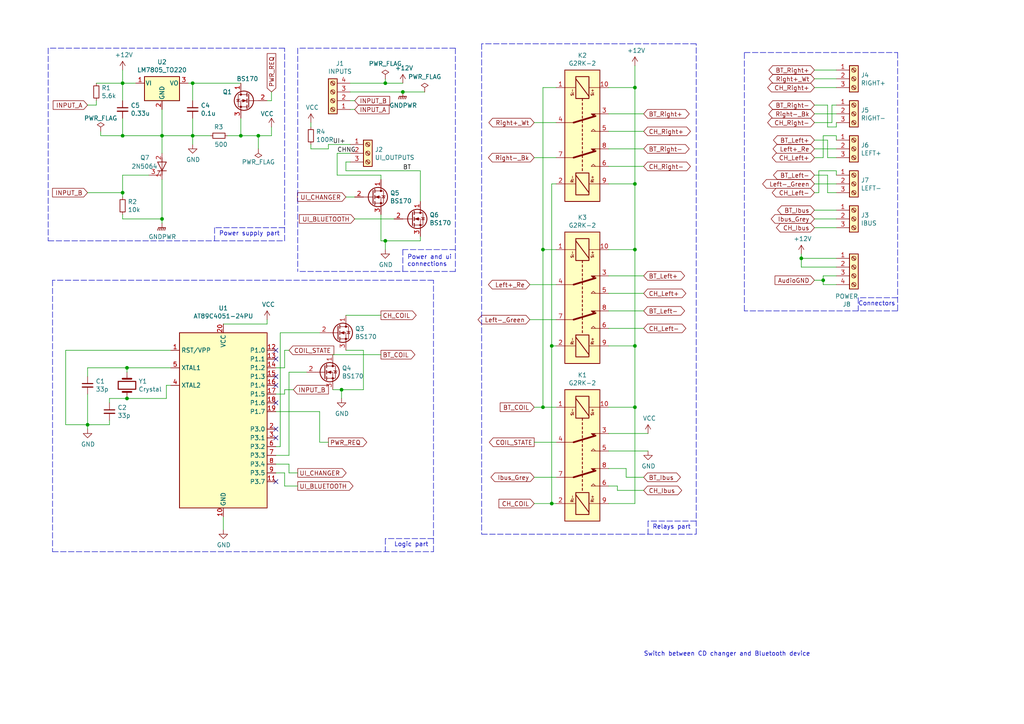
<source format=kicad_sch>
(kicad_sch (version 20211123) (generator eeschema)
  (paper "A4")
  (lib_symbols
    (symbol "Connector:Screw_Terminal_01x03" (pin_names (offset 1.016) hide)
      (property "Reference" "J" (at 0 5.08 0))
      (property "Value" "Screw_Terminal_01x03" (at 0 -5.08 0))
      (symbol "Screw_Terminal_01x03_1_1"
        (rectangle (start -1.27 3.81) (end 1.27 -3.81) (stroke (width 0.254)) (fill (type background)))
        (circle (center 0 -2.54) (radius 0.635) (stroke (width 0.1524)))
        (polyline (pts (xy -0.5334 -2.2098) (xy 0.3302 -3.048)) (stroke (width 0.1524)))
        (polyline (pts (xy -0.5334 0.3302) (xy 0.3302 -0.508)) (stroke (width 0.1524)))
        (polyline (pts (xy -0.5334 2.8702) (xy 0.3302 2.032)) (stroke (width 0.1524)))
        (polyline (pts (xy -0.3556 -2.032) (xy 0.508 -2.8702)) (stroke (width 0.1524)))
        (polyline (pts (xy -0.3556 0.508) (xy 0.508 -0.3302)) (stroke (width 0.1524)))
        (polyline (pts (xy -0.3556 3.048) (xy 0.508 2.2098)) (stroke (width 0.1524)))
        (circle (center 0 0) (radius 0.635) (stroke (width 0.1524)))
        (circle (center 0 2.54) (radius 0.635) (stroke (width 0.1524)))
        (pin passive line (at -5.08 2.54 0) (length 3.81) (name "Pin_1") (number "1"))
        (pin passive line (at -5.08 0 0) (length 3.81) (name "Pin_2") (number "2"))
        (pin passive line (at -5.08 -2.54 0) (length 3.81) (name "Pin_3") (number "3"))
      )
    )
    (symbol "Connector:Screw_Terminal_01x04" (pin_names (offset 1.016) hide)
      (property "Reference" "J" (at 0 5.08 0))
      (property "Value" "Screw_Terminal_01x04" (at 0 -7.62 0))
      (symbol "Screw_Terminal_01x04_1_1"
        (rectangle (start -1.27 3.81) (end 1.27 -6.35) (stroke (width 0.254)) (fill (type background)))
        (circle (center 0 -5.08) (radius 0.635) (stroke (width 0.1524)))
        (circle (center 0 -2.54) (radius 0.635) (stroke (width 0.1524)))
        (polyline (pts (xy -0.5334 -4.7498) (xy 0.3302 -5.588)) (stroke (width 0.1524)))
        (polyline (pts (xy -0.5334 -2.2098) (xy 0.3302 -3.048)) (stroke (width 0.1524)))
        (polyline (pts (xy -0.5334 0.3302) (xy 0.3302 -0.508)) (stroke (width 0.1524)))
        (polyline (pts (xy -0.5334 2.8702) (xy 0.3302 2.032)) (stroke (width 0.1524)))
        (polyline (pts (xy -0.3556 -4.572) (xy 0.508 -5.4102)) (stroke (width 0.1524)))
        (polyline (pts (xy -0.3556 -2.032) (xy 0.508 -2.8702)) (stroke (width 0.1524)))
        (polyline (pts (xy -0.3556 0.508) (xy 0.508 -0.3302)) (stroke (width 0.1524)))
        (polyline (pts (xy -0.3556 3.048) (xy 0.508 2.2098)) (stroke (width 0.1524)))
        (circle (center 0 0) (radius 0.635) (stroke (width 0.1524)))
        (circle (center 0 2.54) (radius 0.635) (stroke (width 0.1524)))
        (pin passive line (at -5.08 2.54 0) (length 3.81) (name "Pin_1") (number "1"))
        (pin passive line (at -5.08 0 0) (length 3.81) (name "Pin_2") (number "2"))
        (pin passive line (at -5.08 -2.54 0) (length 3.81) (name "Pin_3") (number "3"))
        (pin passive line (at -5.08 -5.08 0) (length 3.81) (name "Pin_4") (number "4"))
      )
    )
    (symbol "Device:C_Small" (pin_numbers hide) (pin_names (offset 0.254) hide)
      (property "Reference" "C" (at 0.254 1.778 0))
      (property "Value" "C_Small" (at 0.254 -2.032 0))
      (symbol "C_Small_0_1"
        (polyline (pts (xy -1.524 -0.508) (xy 1.524 -0.508)) (stroke (width 0.3302)))
        (polyline (pts (xy -1.524 0.508) (xy 1.524 0.508)) (stroke (width 0.3048)))
      )
      (symbol "C_Small_1_1"
        (pin passive line (at 0 2.54 270) (length 2.032) (name "~") (number "1"))
        (pin passive line (at 0 -2.54 90) (length 2.032) (name "~") (number "2"))
      )
    )
    (symbol "Device:Crystal" (pin_numbers hide) (pin_names (offset 1.016) hide)
      (property "Reference" "Y" (at 0 3.81 0))
      (property "Value" "Crystal" (at 0 -3.81 0))
      (symbol "Crystal_0_1"
        (rectangle (start -1.143 2.54) (end 1.143 -2.54) (stroke (width 0.3048)))
        (polyline (pts (xy -2.54 0) (xy -1.905 0)))
        (polyline (pts (xy -1.905 -1.27) (xy -1.905 1.27)) (stroke (width 0.508)))
        (polyline (pts (xy 1.905 -1.27) (xy 1.905 1.27)) (stroke (width 0.508)))
        (polyline (pts (xy 2.54 0) (xy 1.905 0)))
      )
      (symbol "Crystal_1_1"
        (pin passive line (at -3.81 0 0) (length 1.27) (name "1") (number "1"))
        (pin passive line (at 3.81 0 180) (length 1.27) (name "2") (number "2"))
      )
    )
    (symbol "Device:R_Small" (pin_numbers hide) (pin_names (offset 0.254) hide)
      (property "Reference" "R" (at 0.762 0.508 0))
      (property "Value" "R_Small" (at 0.762 -1.016 0))
      (symbol "R_Small_0_1"
        (rectangle (start -0.762 1.778) (end 0.762 -1.778) (stroke (width 0.2032)))
      )
      (symbol "R_Small_1_1"
        (pin passive line (at 0 2.54 270) (length 0.762) (name "~") (number "1"))
        (pin passive line (at 0 -2.54 90) (length 0.762) (name "~") (number "2"))
      )
    )
    (symbol "Regulator_Linear:LM7805_TO220" (pin_names (offset 0.254))
      (property "Reference" "U" (at -3.81 3.175 0))
      (property "Value" "LM7805_TO220" (at 0 3.175 0))
      (symbol "LM7805_TO220_0_1"
        (rectangle (start -5.08 1.905) (end 5.08 -5.08) (stroke (width 0.254)) (fill (type background)))
      )
      (symbol "LM7805_TO220_1_1"
        (pin power_in line (at -7.62 0 0) (length 2.54) (name "VI") (number "1"))
        (pin power_in line (at 0 -7.62 90) (length 2.54) (name "GND") (number "2"))
        (pin power_out line (at 7.62 0 180) (length 2.54) (name "VO") (number "3"))
      )
    )
    (symbol "Transistor_FET:BS170" (pin_names hide)
      (property "Reference" "Q" (at 5.08 1.905 0))
      (property "Value" "BS170" (at 5.08 0 0))
      (symbol "BS170_0_1"
        (polyline (pts (xy 0.254 0) (xy -2.54 0)))
        (polyline (pts (xy 0.254 1.905) (xy 0.254 -1.905)) (stroke (width 0.254)))
        (polyline (pts (xy 0.762 -1.27) (xy 0.762 -2.286)) (stroke (width 0.254)))
        (polyline (pts (xy 0.762 0.508) (xy 0.762 -0.508)) (stroke (width 0.254)))
        (polyline (pts (xy 0.762 2.286) (xy 0.762 1.27)) (stroke (width 0.254)))
        (polyline (pts (xy 2.54 2.54) (xy 2.54 1.778)))
        (polyline (pts (xy 2.54 -2.54) (xy 2.54 0) (xy 0.762 0)))
        (polyline (pts (xy 0.762 -1.778) (xy 3.302 -1.778) (xy 3.302 1.778) (xy 0.762 1.778)))
        (polyline (pts (xy 1.016 0) (xy 2.032 0.381) (xy 2.032 -0.381) (xy 1.016 0)) (fill (type outline)))
        (polyline (pts (xy 2.794 0.508) (xy 2.921 0.381) (xy 3.683 0.381) (xy 3.81 0.254)))
        (polyline (pts (xy 3.302 0.381) (xy 2.921 -0.254) (xy 3.683 -0.254) (xy 3.302 0.381)))
        (circle (center 1.651 0) (radius 2.794) (stroke (width 0.254)))
        (circle (center 2.54 -1.778) (radius 0.254) (fill (type outline)))
        (circle (center 2.54 1.778) (radius 0.254) (fill (type outline)))
      )
      (symbol "BS170_1_1"
        (pin passive line (at 2.54 5.08 270) (length 2.54) (name "D") (number "1"))
        (pin input line (at -5.08 0 0) (length 2.54) (name "G") (number "2"))
        (pin passive line (at 2.54 -5.08 90) (length 2.54) (name "S") (number "3"))
      )
    )
    (symbol "Triac_Thyristor:TIC106" (pin_names (offset 0) hide)
      (property "Reference" "Q" (at 2.54 1.905 0))
      (property "Value" "TIC106" (at 2.54 0 0))
      (symbol "TIC106_0_1"
        (polyline (pts (xy -1.27 -2.54) (xy -0.635 -1.27)))
        (polyline (pts (xy -1.27 -1.27) (xy 1.27 -1.27)) (stroke (width 0.2032)))
        (polyline (pts (xy 0 -2.54) (xy 0 2.54)))
        (polyline (pts (xy -1.27 1.27) (xy 1.27 1.27) (xy 0 -1.27) (xy -1.27 1.27)) (stroke (width 0.2032)))
      )
      (symbol "TIC106_1_1"
        (pin passive line (at 0 -3.81 90) (length 2.54) (name "K") (number "1"))
        (pin passive line (at 0 3.81 270) (length 2.54) (name "A") (number "2"))
        (pin input line (at -3.81 -2.54 0) (length 2.54) (name "G") (number "3"))
      )
    )
    (symbol "lrchanger-rescue:AT89C4051-24PU-MCU_Microchip_8051"
      (property "Reference" "U" (at -12.7 26.67 0))
      (property "Value" "AT89C4051-24PU-MCU_Microchip_8051" (at 2.54 -26.67 0))
      (symbol "AT89C4051-24PU-MCU_Microchip_8051_0_1"
        (rectangle (start -12.7 -25.4) (end 12.7 25.4) (stroke (width 0.254)) (fill (type background)))
      )
      (symbol "AT89C4051-24PU-MCU_Microchip_8051_1_1"
        (pin input line (at -15.24 20.32 0) (length 2.54) (name "RST/VPP") (number "1"))
        (pin power_in line (at 0 -27.94 90) (length 2.54) (name "GND") (number "10"))
        (pin bidirectional line (at 15.24 -17.78 180) (length 2.54) (name "P3.7") (number "11"))
        (pin bidirectional line (at 15.24 20.32 180) (length 2.54) (name "P1.0") (number "12"))
        (pin bidirectional line (at 15.24 17.78 180) (length 2.54) (name "P1.1") (number "13"))
        (pin bidirectional line (at 15.24 15.24 180) (length 2.54) (name "P1.2") (number "14"))
        (pin bidirectional line (at 15.24 12.7 180) (length 2.54) (name "P1.3") (number "15"))
        (pin bidirectional line (at 15.24 10.16 180) (length 2.54) (name "P1.4") (number "16"))
        (pin bidirectional line (at 15.24 7.62 180) (length 2.54) (name "P1.5") (number "17"))
        (pin bidirectional line (at 15.24 5.08 180) (length 2.54) (name "P1.6") (number "18"))
        (pin bidirectional line (at 15.24 2.54 180) (length 2.54) (name "P1.7") (number "19"))
        (pin bidirectional line (at 15.24 -2.54 180) (length 2.54) (name "P3.0") (number "2"))
        (pin power_in line (at 0 27.94 270) (length 2.54) (name "VCC") (number "20"))
        (pin bidirectional line (at 15.24 -5.08 180) (length 2.54) (name "P3.1") (number "3"))
        (pin output line (at -15.24 10.16 0) (length 2.54) (name "XTAL2") (number "4"))
        (pin input line (at -15.24 15.24 0) (length 2.54) (name "XTAL1") (number "5"))
        (pin bidirectional line (at 15.24 -7.62 180) (length 2.54) (name "P3.2") (number "6"))
        (pin bidirectional line (at 15.24 -10.16 180) (length 2.54) (name "P3.3") (number "7"))
        (pin bidirectional line (at 15.24 -12.7 180) (length 2.54) (name "P3.4") (number "8"))
        (pin bidirectional line (at 15.24 -15.24 180) (length 2.54) (name "P3.5") (number "9"))
      )
    )
    (symbol "lrchangerlib:G2RK-2"
      (property "Reference" "K" (at 21.59 3.81 0))
      (property "Value" "G2RK-2" (at 21.59 1.27 0))
      (symbol "G2RK-2_0_0"
        (text "R:+" (at 13.843 2.921 0) (effects (font (size 0.762 0.762))))
        (text "R:-" (at 13.843 -2.921 0) (effects (font (size 0.762 0.762))))
        (text "S:+" (at -11.303 2.921 0) (effects (font (size 0.762 0.762))))
        (text "S:-" (at -11.303 -2.921 0) (effects (font (size 0.762 0.762))))
      )
      (symbol "G2RK-2_0_1"
        (rectangle (start -17.78 5.08) (end 20.32 -5.08) (stroke (width 0.254)) (fill (type background)))
        (rectangle (start -15.875 1.905) (end -9.525 -1.905) (stroke (width 0.254)))
        (polyline (pts (xy -15.24 -1.905) (xy -10.16 1.905)) (stroke (width 0.254)))
        (polyline (pts (xy -12.7 -5.08) (xy -12.7 -1.905)))
        (polyline (pts (xy -12.7 5.08) (xy -12.7 1.905)))
        (polyline (pts (xy -9.525 0) (xy -8.89 0)) (stroke (width 0.254)))
        (polyline (pts (xy -8.255 0) (xy -7.62 0)) (stroke (width 0.254)))
        (polyline (pts (xy -6.985 0) (xy -6.35 0)) (stroke (width 0.254)))
        (polyline (pts (xy -5.715 0) (xy -5.08 0)) (stroke (width 0.254)))
        (polyline (pts (xy -4.445 0) (xy -3.81 0)) (stroke (width 0.254)))
        (polyline (pts (xy -3.175 0) (xy -2.54 0)) (stroke (width 0.254)))
        (polyline (pts (xy -2.54 -2.54) (xy -4.445 3.81)) (stroke (width 0.508)))
        (polyline (pts (xy -2.54 -2.54) (xy -2.54 -5.08)))
        (polyline (pts (xy -1.905 0) (xy -1.27 0)) (stroke (width 0.254)))
        (polyline (pts (xy -0.635 0) (xy 0 0)) (stroke (width 0.254)))
        (polyline (pts (xy 0.635 0) (xy 1.27 0)) (stroke (width 0.254)))
        (polyline (pts (xy 1.905 0) (xy 2.54 0)) (stroke (width 0.254)))
        (polyline (pts (xy 3.175 0) (xy 3.81 0)) (stroke (width 0.254)))
        (polyline (pts (xy 4.445 0) (xy 5.08 0)) (stroke (width 0.254)))
        (polyline (pts (xy 5.715 0) (xy 6.35 0)) (stroke (width 0.254)))
        (polyline (pts (xy 6.985 0) (xy 7.62 0)) (stroke (width 0.254)))
        (polyline (pts (xy 7.62 -2.54) (xy 5.715 3.81)) (stroke (width 0.508)))
        (polyline (pts (xy 7.62 -2.54) (xy 7.62 -5.08)))
        (polyline (pts (xy 8.255 0) (xy 8.89 0)) (stroke (width 0.254)))
        (polyline (pts (xy 9.525 0) (xy 10.16 0)) (stroke (width 0.254)))
        (polyline (pts (xy 10.795 0) (xy 11.43 0)) (stroke (width 0.254)))
        (polyline (pts (xy 12.7 -1.905) (xy 17.78 1.905)) (stroke (width 0.254)))
        (polyline (pts (xy 15.24 -5.08) (xy 15.24 -1.905)))
        (polyline (pts (xy 15.24 5.08) (xy 15.24 1.905)))
        (polyline (pts (xy -5.08 5.08) (xy -5.08 2.54) (xy -4.445 3.175) (xy -5.08 3.81)) (fill (type outline)))
        (polyline (pts (xy 0 5.08) (xy 0 2.54) (xy -0.635 3.175) (xy 0 3.81)))
        (polyline (pts (xy 5.08 5.08) (xy 5.08 2.54) (xy 5.715 3.175) (xy 5.08 3.81)) (fill (type outline)))
        (polyline (pts (xy 10.16 5.08) (xy 10.16 2.54) (xy 9.525 3.175) (xy 10.16 3.81)))
        (rectangle (start 12.065 1.905) (end 18.415 -1.905) (stroke (width 0.254)))
      )
      (symbol "G2RK-2_1_1"
        (pin passive line (at -12.7 -7.62 90) (length 2.54) (name "~") (number "1"))
        (pin passive line (at -12.7 7.62 270) (length 2.54) (name "~") (number "10"))
        (pin passive line (at 15.24 -7.62 90) (length 2.54) (name "~") (number "2"))
        (pin passive line (at -5.08 7.62 270) (length 2.54) (name "~") (number "3"))
        (pin passive line (at -2.54 -7.62 90) (length 2.54) (name "~") (number "4"))
        (pin passive line (at 0 7.62 270) (length 2.54) (name "~") (number "5"))
        (pin passive line (at 10.16 7.62 270) (length 2.54) (name "~") (number "6"))
        (pin passive line (at 7.62 -7.62 90) (length 2.54) (name "~") (number "7"))
        (pin passive line (at 5.08 7.62 270) (length 2.54) (name "~") (number "8"))
        (pin passive line (at 15.24 7.62 270) (length 2.54) (name "~") (number "9"))
      )
    )
    (symbol "power:+12V" (power) (pin_names (offset 0))
      (property "Value" "+12V" (at 0 3.556 0))
      (symbol "+12V_0_1"
        (polyline (pts (xy -0.762 1.27) (xy 0 2.54)))
        (polyline (pts (xy 0 0) (xy 0 2.54)))
        (polyline (pts (xy 0 2.54) (xy 0.762 1.27)))
      )
      (symbol "+12V_1_1"
        (pin power_in line (at 0 0 90) (length 0) hide (name "+12V") (number "1"))
      )
    )
    (symbol "power:GND" (power) (pin_names (offset 0))
      (property "Value" "GND" (at 0 -3.81 0))
      (symbol "GND_0_1"
        (polyline (pts (xy 0 0) (xy 0 -1.27) (xy 1.27 -1.27) (xy 0 -2.54) (xy -1.27 -1.27) (xy 0 -1.27)))
      )
      (symbol "GND_1_1"
        (pin power_in line (at 0 0 270) (length 0) hide (name "GND") (number "1"))
      )
    )
    (symbol "power:GNDPWR" (power) (pin_names (offset 0))
      (property "Value" "GNDPWR" (at 0 -3.302 0))
      (symbol "GNDPWR_0_1"
        (polyline (pts (xy 0 -1.27) (xy 0 0)))
        (polyline (pts (xy -1.016 -1.27) (xy -1.27 -2.032) (xy -1.27 -2.032)) (stroke (width 0.2032)))
        (polyline (pts (xy -0.508 -1.27) (xy -0.762 -2.032) (xy -0.762 -2.032)) (stroke (width 0.2032)))
        (polyline (pts (xy 0 -1.27) (xy -0.254 -2.032) (xy -0.254 -2.032)) (stroke (width 0.2032)))
        (polyline (pts (xy 0.508 -1.27) (xy 0.254 -2.032) (xy 0.254 -2.032)) (stroke (width 0.2032)))
        (polyline (pts (xy 1.016 -1.27) (xy -1.016 -1.27) (xy -1.016 -1.27)) (stroke (width 0.2032)))
        (polyline (pts (xy 1.016 -1.27) (xy 0.762 -2.032) (xy 0.762 -2.032) (xy 0.762 -2.032)) (stroke (width 0.2032)))
      )
      (symbol "GNDPWR_1_1"
        (pin power_in line (at 0 0 270) (length 0) hide (name "GNDPWR") (number "1"))
      )
    )
    (symbol "power:PWR_FLAG" (power) (pin_numbers hide) (pin_names (offset 0) hide)
      (property "Value" "PWR_FLAG" (at 0 3.81 0))
      (symbol "PWR_FLAG_0_0"
        (pin power_out line (at 0 0 90) (length 0) (name "pwr") (number "1"))
      )
      (symbol "PWR_FLAG_0_1"
        (polyline (pts (xy 0 0) (xy 0 1.27) (xy -1.016 1.905) (xy 0 2.54) (xy 1.016 1.905) (xy 0 1.27)))
      )
    )
    (symbol "power:VCC" (power) (pin_names (offset 0))
      (property "Value" "VCC" (at 0 3.81 0))
      (symbol "VCC_0_1"
        (polyline (pts (xy -0.762 1.27) (xy 0 2.54)))
        (polyline (pts (xy 0 0) (xy 0 2.54)))
        (polyline (pts (xy 0 2.54) (xy 0.762 1.27)))
      )
      (symbol "VCC_1_1"
        (pin power_in line (at 0 0 90) (length 0) hide (name "VCC") (number "1"))
      )
    )
  )
  (junction (at 184.15 118.11))
  (junction (at 99.06 113.03))
  (junction (at 184.15 53.34))
  (junction (at 35.56 24.13))
  (junction (at 184.15 25.4))
  (junction (at 111.76 69.85))
  (junction (at 46.99 39.37))
  (junction (at 25.4 123.19))
  (junction (at 184.15 100.33))
  (junction (at 160.02 146.05))
  (junction (at 36.83 115.57))
  (junction (at 116.84 26.67))
  (junction (at 157.48 72.39))
  (junction (at 35.56 55.88))
  (junction (at 74.93 39.37))
  (junction (at 69.85 39.37))
  (junction (at 46.99 63.5))
  (junction (at 160.02 100.33))
  (junction (at 184.15 72.39))
  (junction (at 55.88 39.37))
  (junction (at 157.48 118.11))
  (junction (at 111.76 24.13))
  (junction (at 36.83 106.68))
  (junction (at 238.76 81.28))
  (junction (at 55.88 24.13))
  (junction (at 35.56 39.37))
  (junction (at 232.41 74.93))
  (no_connect (at 80.01 101.6))
  (no_connect (at 80.01 124.46))
  (no_connect (at 80.01 116.84))
  (no_connect (at 80.01 139.7))
  (no_connect (at 80.01 111.76))
  (no_connect (at 80.01 109.22))
  (no_connect (at 80.01 127))
  (no_connect (at 80.01 104.14))
  (wire (pts (xy 80.01 119.38) (xy 92.71 119.38)))
  (wire (pts (xy 64.77 149.86) (xy 64.77 153.67)))
  (wire (pts (xy 240.03 50.8) (xy 240.03 55.88)))
  (wire (pts (xy 49.53 101.6) (xy 19.05 101.6)))
  (wire (pts (xy 160.02 53.34) (xy 161.29 53.34)))
  (wire (pts (xy 111.76 69.85) (xy 121.92 69.85)))
  (polyline (pts (xy 201.93 12.7) (xy 139.7 12.7)))
  (wire (pts (xy 35.56 63.5) (xy 46.99 63.5)))
  (wire (pts (xy 160.02 146.05) (xy 161.29 146.05)))
  (wire (pts (xy 242.57 39.37) (xy 242.57 40.64)))
  (wire (pts (xy 237.49 55.88) (xy 237.49 49.53)))
  (wire (pts (xy 82.55 114.3) (xy 80.01 114.3)))
  (wire (pts (xy 86.36 137.16) (xy 83.82 137.16)))
  (wire (pts (xy 242.57 49.53) (xy 242.57 50.8)))
  (wire (pts (xy 90.17 43.18) (xy 90.17 41.91)))
  (wire (pts (xy 101.6 29.21) (xy 102.87 29.21)))
  (wire (pts (xy 179.07 142.24) (xy 186.69 142.24)))
  (wire (pts (xy 242.57 80.01) (xy 238.76 80.01)))
  (wire (pts (xy 55.88 39.37) (xy 55.88 41.91)))
  (wire (pts (xy 242.57 36.83) (xy 242.57 35.56)))
  (polyline (pts (xy 260.35 86.36) (xy 248.92 86.36)))
  (wire (pts (xy 36.83 106.68) (xy 49.53 106.68)))
  (wire (pts (xy 186.69 90.17) (xy 176.53 90.17)))
  (wire (pts (xy 176.53 85.09) (xy 186.69 85.09)))
  (wire (pts (xy 237.49 49.53) (xy 242.57 49.53)))
  (polyline (pts (xy 260.35 15.24) (xy 260.35 90.17)))
  (wire (pts (xy 92.71 128.27) (xy 92.71 119.38)))
  (wire (pts (xy 83.82 132.08) (xy 80.01 132.08)))
  (wire (pts (xy 153.67 92.71) (xy 161.29 92.71)))
  (wire (pts (xy 184.15 19.05) (xy 184.15 25.4)))
  (wire (pts (xy 55.88 39.37) (xy 60.96 39.37)))
  (wire (pts (xy 238.76 82.55) (xy 242.57 82.55)))
  (wire (pts (xy 36.83 107.95) (xy 36.83 106.68)))
  (wire (pts (xy 97.79 50.8) (xy 97.79 44.45)))
  (wire (pts (xy 154.94 118.11) (xy 157.48 118.11)))
  (wire (pts (xy 236.22 25.4) (xy 242.57 25.4)))
  (wire (pts (xy 82.55 113.03) (xy 85.09 113.03)))
  (polyline (pts (xy 201.93 151.13) (xy 187.96 151.13)))
  (wire (pts (xy 35.56 24.13) (xy 35.56 29.21)))
  (wire (pts (xy 102.87 63.5) (xy 114.3 63.5)))
  (wire (pts (xy 74.93 39.37) (xy 74.93 43.18)))
  (wire (pts (xy 46.99 39.37) (xy 46.99 44.45)))
  (wire (pts (xy 49.53 111.76) (xy 48.26 111.76)))
  (wire (pts (xy 236.22 66.04) (xy 242.57 66.04)))
  (wire (pts (xy 36.83 115.57) (xy 31.75 115.57)))
  (wire (pts (xy 77.47 93.98) (xy 77.47 92.71)))
  (wire (pts (xy 80.01 129.54) (xy 81.28 129.54)))
  (wire (pts (xy 154.94 138.43) (xy 161.29 138.43)))
  (wire (pts (xy 157.48 25.4) (xy 157.48 72.39)))
  (wire (pts (xy 242.57 53.34) (xy 236.22 53.34)))
  (wire (pts (xy 99.06 113.03) (xy 96.52 113.03)))
  (wire (pts (xy 48.26 111.76) (xy 48.26 115.57)))
  (wire (pts (xy 19.05 123.19) (xy 25.4 123.19)))
  (wire (pts (xy 240.03 40.64) (xy 240.03 45.72)))
  (wire (pts (xy 236.22 81.28) (xy 238.76 81.28)))
  (wire (pts (xy 101.6 31.75) (xy 102.87 31.75)))
  (wire (pts (xy 176.53 130.81) (xy 187.96 130.81)))
  (wire (pts (xy 184.15 100.33) (xy 184.15 118.11)))
  (wire (pts (xy 111.76 22.86) (xy 111.76 24.13)))
  (wire (pts (xy 78.74 29.21) (xy 77.47 29.21)))
  (polyline (pts (xy 86.36 13.97) (xy 86.36 78.74)))
  (wire (pts (xy 186.69 38.1) (xy 176.53 38.1)))
  (polyline (pts (xy 111.76 156.21) (xy 111.76 160.02)))
  (wire (pts (xy 105.41 113.03) (xy 99.06 113.03)))
  (wire (pts (xy 242.57 74.93) (xy 232.41 74.93)))
  (wire (pts (xy 100.33 57.15) (xy 102.87 57.15)))
  (wire (pts (xy 232.41 77.47) (xy 242.57 77.47)))
  (wire (pts (xy 176.53 140.97) (xy 179.07 140.97)))
  (wire (pts (xy 116.84 26.67) (xy 123.19 26.67)))
  (wire (pts (xy 160.02 100.33) (xy 160.02 146.05)))
  (wire (pts (xy 232.41 74.93) (xy 232.41 77.47)))
  (polyline (pts (xy 215.9 15.24) (xy 260.35 15.24)))
  (polyline (pts (xy 132.08 72.39) (xy 116.84 72.39)))
  (wire (pts (xy 90.17 35.56) (xy 90.17 36.83)))
  (wire (pts (xy 236.22 45.72) (xy 238.76 45.72)))
  (wire (pts (xy 35.56 39.37) (xy 46.99 39.37)))
  (wire (pts (xy 74.93 39.37) (xy 78.74 39.37)))
  (wire (pts (xy 25.4 30.48) (xy 27.94 30.48)))
  (wire (pts (xy 25.4 114.3) (xy 25.4 123.19)))
  (wire (pts (xy 111.76 24.13) (xy 101.6 24.13)))
  (polyline (pts (xy 15.24 81.28) (xy 15.24 160.02)))
  (wire (pts (xy 116.84 24.13) (xy 111.76 24.13)))
  (polyline (pts (xy 13.97 69.85) (xy 82.55 69.85)))
  (wire (pts (xy 176.53 95.25) (xy 186.69 95.25)))
  (wire (pts (xy 184.15 118.11) (xy 184.15 146.05)))
  (wire (pts (xy 184.15 25.4) (xy 184.15 53.34)))
  (wire (pts (xy 181.61 138.43) (xy 186.69 138.43)))
  (wire (pts (xy 161.29 72.39) (xy 157.48 72.39)))
  (wire (pts (xy 82.55 137.16) (xy 80.01 137.16)))
  (wire (pts (xy 160.02 100.33) (xy 160.02 53.34)))
  (wire (pts (xy 19.05 101.6) (xy 19.05 123.19)))
  (wire (pts (xy 186.69 33.02) (xy 176.53 33.02)))
  (polyline (pts (xy 132.08 13.97) (xy 86.36 13.97)))
  (polyline (pts (xy 260.35 90.17) (xy 215.9 90.17)))
  (wire (pts (xy 25.4 123.19) (xy 25.4 124.46)))
  (polyline (pts (xy 62.23 66.04) (xy 62.23 69.85)))
  (polyline (pts (xy 125.73 81.28) (xy 15.24 81.28)))
  (wire (pts (xy 48.26 115.57) (xy 36.83 115.57)))
  (polyline (pts (xy 201.93 154.94) (xy 201.93 12.7)))
  (wire (pts (xy 121.92 58.42) (xy 121.92 49.53)))
  (wire (pts (xy 66.04 39.37) (xy 69.85 39.37)))
  (wire (pts (xy 184.15 53.34) (xy 184.15 72.39)))
  (wire (pts (xy 241.3 35.56) (xy 241.3 30.48)))
  (wire (pts (xy 86.36 140.97) (xy 82.55 140.97)))
  (wire (pts (xy 236.22 50.8) (xy 240.03 50.8)))
  (wire (pts (xy 55.88 24.13) (xy 69.85 24.13)))
  (wire (pts (xy 236.22 35.56) (xy 241.3 35.56)))
  (wire (pts (xy 100.33 49.53) (xy 100.33 46.99)))
  (wire (pts (xy 81.28 129.54) (xy 81.28 96.52)))
  (wire (pts (xy 29.21 38.1) (xy 29.21 39.37)))
  (wire (pts (xy 242.57 63.5) (xy 236.22 63.5)))
  (wire (pts (xy 35.56 24.13) (xy 39.37 24.13)))
  (wire (pts (xy 236.22 60.96) (xy 242.57 60.96)))
  (wire (pts (xy 25.4 106.68) (xy 36.83 106.68)))
  (wire (pts (xy 110.49 91.44) (xy 100.33 91.44)))
  (wire (pts (xy 78.74 26.67) (xy 78.74 29.21)))
  (wire (pts (xy 236.22 40.64) (xy 240.03 40.64)))
  (wire (pts (xy 110.49 52.07) (xy 110.49 50.8)))
  (wire (pts (xy 110.49 62.23) (xy 110.49 69.85)))
  (wire (pts (xy 161.29 45.72) (xy 154.94 45.72)))
  (wire (pts (xy 95.25 41.91) (xy 101.6 41.91)))
  (wire (pts (xy 238.76 81.28) (xy 238.76 82.55)))
  (wire (pts (xy 29.21 39.37) (xy 35.56 39.37)))
  (wire (pts (xy 101.6 44.45) (xy 97.79 44.45)))
  (wire (pts (xy 25.4 55.88) (xy 35.56 55.88)))
  (wire (pts (xy 69.85 34.29) (xy 69.85 39.37)))
  (wire (pts (xy 46.99 39.37) (xy 46.99 31.75)))
  (wire (pts (xy 69.85 39.37) (xy 74.93 39.37)))
  (wire (pts (xy 82.55 101.6) (xy 82.55 106.68)))
  (wire (pts (xy 55.88 29.21) (xy 55.88 24.13)))
  (wire (pts (xy 187.96 125.73) (xy 176.53 125.73)))
  (wire (pts (xy 154.94 128.27) (xy 161.29 128.27)))
  (wire (pts (xy 35.56 62.23) (xy 35.56 63.5)))
  (wire (pts (xy 25.4 109.22) (xy 25.4 106.68)))
  (polyline (pts (xy 132.08 13.97) (xy 132.08 78.74)))
  (wire (pts (xy 236.22 43.18) (xy 242.57 43.18)))
  (polyline (pts (xy 125.73 160.02) (xy 125.73 81.28)))
  (wire (pts (xy 88.9 107.95) (xy 83.82 107.95)))
  (wire (pts (xy 95.25 43.18) (xy 90.17 43.18)))
  (wire (pts (xy 31.75 123.19) (xy 25.4 123.19)))
  (wire (pts (xy 83.82 134.62) (xy 80.01 134.62)))
  (polyline (pts (xy 116.84 72.39) (xy 116.84 78.74)))
  (wire (pts (xy 110.49 69.85) (xy 111.76 69.85)))
  (wire (pts (xy 83.82 137.16) (xy 83.82 134.62)))
  (polyline (pts (xy 82.55 13.97) (xy 13.97 13.97)))
  (polyline (pts (xy 139.7 154.94) (xy 201.93 154.94)))
  (wire (pts (xy 105.41 101.6) (xy 105.41 113.03)))
  (wire (pts (xy 82.55 106.68) (xy 80.01 106.68)))
  (wire (pts (xy 46.99 39.37) (xy 55.88 39.37)))
  (wire (pts (xy 186.69 43.18) (xy 176.53 43.18)))
  (wire (pts (xy 78.74 39.37) (xy 78.74 36.83)))
  (wire (pts (xy 161.29 82.55) (xy 153.67 82.55)))
  (wire (pts (xy 83.82 101.6) (xy 82.55 101.6)))
  (wire (pts (xy 64.77 93.98) (xy 77.47 93.98)))
  (wire (pts (xy 236.22 22.86) (xy 242.57 22.86)))
  (wire (pts (xy 27.94 29.21) (xy 27.94 30.48)))
  (wire (pts (xy 238.76 45.72) (xy 238.76 39.37)))
  (wire (pts (xy 232.41 73.66) (xy 232.41 74.93)))
  (wire (pts (xy 241.3 30.48) (xy 242.57 30.48)))
  (wire (pts (xy 238.76 39.37) (xy 242.57 39.37)))
  (polyline (pts (xy 215.9 90.17) (xy 215.9 15.24)))
  (wire (pts (xy 121.92 49.53) (xy 100.33 49.53)))
  (polyline (pts (xy 248.92 86.36) (xy 248.92 90.17)))
  (wire (pts (xy 95.25 128.27) (xy 92.71 128.27)))
  (wire (pts (xy 240.03 55.88) (xy 242.57 55.88)))
  (wire (pts (xy 35.56 55.88) (xy 35.56 57.15)))
  (polyline (pts (xy 82.55 69.85) (xy 82.55 13.97)))
  (wire (pts (xy 240.03 36.83) (xy 242.57 36.83)))
  (wire (pts (xy 95.25 41.91) (xy 95.25 43.18)))
  (wire (pts (xy 46.99 63.5) (xy 46.99 64.77)))
  (wire (pts (xy 31.75 116.84) (xy 31.75 115.57)))
  (polyline (pts (xy 139.7 12.7) (xy 139.7 154.94)))
  (wire (pts (xy 184.15 146.05) (xy 176.53 146.05)))
  (polyline (pts (xy 132.08 78.74) (xy 86.36 78.74)))
  (wire (pts (xy 240.03 45.72) (xy 242.57 45.72)))
  (wire (pts (xy 111.76 72.39) (xy 111.76 69.85)))
  (wire (pts (xy 179.07 140.97) (xy 179.07 142.24)))
  (polyline (pts (xy 82.55 66.04) (xy 62.23 66.04)))
  (polyline (pts (xy 125.73 156.21) (xy 111.76 156.21)))
  (wire (pts (xy 176.53 48.26) (xy 186.69 48.26)))
  (wire (pts (xy 176.53 100.33) (xy 184.15 100.33)))
  (wire (pts (xy 186.69 80.01) (xy 176.53 80.01)))
  (wire (pts (xy 157.48 72.39) (xy 157.48 118.11)))
  (wire (pts (xy 176.53 118.11) (xy 184.15 118.11)))
  (wire (pts (xy 161.29 25.4) (xy 157.48 25.4)))
  (wire (pts (xy 121.92 68.58) (xy 121.92 69.85)))
  (polyline (pts (xy 187.96 151.13) (xy 187.96 154.94)))
  (wire (pts (xy 101.6 26.67) (xy 116.84 26.67)))
  (wire (pts (xy 31.75 123.19) (xy 31.75 121.92)))
  (polyline (pts (xy 15.24 160.02) (xy 125.73 160.02)))
  (wire (pts (xy 157.48 118.11) (xy 161.29 118.11)))
  (wire (pts (xy 176.53 53.34) (xy 184.15 53.34)))
  (wire (pts (xy 240.03 30.48) (xy 240.03 36.83)))
  (wire (pts (xy 35.56 34.29) (xy 35.56 39.37)))
  (wire (pts (xy 35.56 20.32) (xy 35.56 24.13)))
  (wire (pts (xy 43.18 50.8) (xy 35.56 50.8)))
  (wire (pts (xy 236.22 30.48) (xy 240.03 30.48)))
  (wire (pts (xy 55.88 34.29) (xy 55.88 39.37)))
  (wire (pts (xy 99.06 113.03) (xy 99.06 115.57)))
  (wire (pts (xy 100.33 101.6) (xy 105.41 101.6)))
  (wire (pts (xy 27.94 24.13) (xy 35.56 24.13)))
  (wire (pts (xy 154.94 146.05) (xy 160.02 146.05)))
  (wire (pts (xy 176.53 135.89) (xy 181.61 135.89)))
  (wire (pts (xy 83.82 107.95) (xy 83.82 132.08)))
  (wire (pts (xy 176.53 72.39) (xy 184.15 72.39)))
  (wire (pts (xy 54.61 24.13) (xy 55.88 24.13)))
  (wire (pts (xy 82.55 140.97) (xy 82.55 137.16)))
  (wire (pts (xy 82.55 113.03) (xy 82.55 114.3)))
  (wire (pts (xy 236.22 33.02) (xy 242.57 33.02)))
  (wire (pts (xy 35.56 50.8) (xy 35.56 55.88)))
  (wire (pts (xy 100.33 46.99) (xy 101.6 46.99)))
  (wire (pts (xy 184.15 72.39) (xy 184.15 100.33)))
  (wire (pts (xy 154.94 35.56) (xy 161.29 35.56)))
  (wire (pts (xy 96.52 102.87) (xy 110.49 102.87)))
  (wire (pts (xy 238.76 80.01) (xy 238.76 81.28)))
  (wire (pts (xy 181.61 135.89) (xy 181.61 138.43)))
  (wire (pts (xy 161.29 100.33) (xy 160.02 100.33)))
  (wire (pts (xy 176.53 25.4) (xy 184.15 25.4)))
  (wire (pts (xy 236.22 20.32) (xy 242.57 20.32)))
  (wire (pts (xy 46.99 52.07) (xy 46.99 63.5)))
  (wire (pts (xy 110.49 50.8) (xy 97.79 50.8)))
  (polyline (pts (xy 13.97 13.97) (xy 13.97 69.85)))
  (wire (pts (xy 81.28 96.52) (xy 92.71 96.52)))
  (wire (pts (xy 236.22 55.88) (xy 237.49 55.88)))
  (text "Connectors" (at 248.92 88.9 0) (effects (font (size 1.27 1.27)) (justify left bottom)))
  (text "Switch between CD changer and Bluetooth device" (at 186.69 190.5 0) (effects (font (size 1.27 1.27)) (justify left bottom)))
  (text "Relays part" (at 189.23 153.67 0) (effects (font (size 1.27 1.27)) (justify left bottom)))
  (text "Logic part" (at 114.3 158.75 0) (effects (font (size 1.27 1.27)) (justify left bottom)))
  (text "Power and ui\nconnections" (at 118.11 77.47 0) (effects (font (size 1.27 1.27)) (justify left bottom)))
  (text "Power supply part" (at 63.5 68.58 0) (effects (font (size 1.27 1.27)) (justify left bottom)))
  (label "UI+" (at 96.52 41.91 0))
  (label "CHNG" (at 97.79 44.45 0))
  (label "BT" (at 116.84 49.53 0))
  (global_label "AudioGND" (shape input) (at 236.22 81.28 180) (property "Intersheet References" "${INTERSHEET_REFS}" (effects hide)))
  (global_label "BT_Right-" (shape bidirectional) (at 236.22 30.48 180) (property "Intersheet References" "${INTERSHEET_REFS}" (effects hide)))
  (global_label "INPUT_A" (shape input) (at 25.4 30.48 180) (property "Intersheet References" "${INTERSHEET_REFS}" (effects hide)))
  (global_label "BT_COIL" (shape output) (at 110.49 102.87 0) (property "Intersheet References" "${INTERSHEET_REFS}" (effects hide)))
  (global_label "Right+_Wt" (shape bidirectional) (at 236.22 22.86 180) (property "Intersheet References" "${INTERSHEET_REFS}" (effects hide)))
  (global_label "UI_CHANGER" (shape input) (at 100.33 57.15 180) (property "Intersheet References" "${INTERSHEET_REFS}" (effects hide)))
  (global_label "BT_Left+" (shape bidirectional) (at 186.69 80.01 0) (property "Intersheet References" "${INTERSHEET_REFS}" (effects hide)))
  (global_label "CH_Right+" (shape bidirectional) (at 186.69 38.1 0) (property "Intersheet References" "${INTERSHEET_REFS}" (effects hide)))
  (global_label "Right+_Wt" (shape bidirectional) (at 154.94 35.56 180) (property "Intersheet References" "${INTERSHEET_REFS}" (effects hide)))
  (global_label "Left+_Re" (shape bidirectional) (at 236.22 43.18 180) (property "Intersheet References" "${INTERSHEET_REFS}" (effects hide)))
  (global_label "Left-_Green" (shape bidirectional) (at 236.22 53.34 180) (property "Intersheet References" "${INTERSHEET_REFS}" (effects hide)))
  (global_label "Left+_Re" (shape bidirectional) (at 153.67 82.55 180) (property "Intersheet References" "${INTERSHEET_REFS}" (effects hide)))
  (global_label "Ibus_Grey" (shape bidirectional) (at 154.94 138.43 180) (property "Intersheet References" "${INTERSHEET_REFS}" (effects hide)))
  (global_label "CH_Left-" (shape bidirectional) (at 186.69 95.25 0) (property "Intersheet References" "${INTERSHEET_REFS}" (effects hide)))
  (global_label "PWR_REQ" (shape input) (at 78.74 26.67 90) (property "Intersheet References" "${INTERSHEET_REFS}" (effects hide)))
  (global_label "CH_Right-" (shape bidirectional) (at 186.69 48.26 0) (property "Intersheet References" "${INTERSHEET_REFS}" (effects hide)))
  (global_label "Right-_Bk" (shape bidirectional) (at 236.22 33.02 180) (property "Intersheet References" "${INTERSHEET_REFS}" (effects hide)))
  (global_label "CH_Left+" (shape bidirectional) (at 186.69 85.09 0) (property "Intersheet References" "${INTERSHEET_REFS}" (effects hide)))
  (global_label "CH_Ibus" (shape bidirectional) (at 186.69 142.24 0) (property "Intersheet References" "${INTERSHEET_REFS}" (effects hide)))
  (global_label "INPUT_A" (shape input) (at 102.87 31.75 0) (property "Intersheet References" "${INTERSHEET_REFS}" (effects hide)))
  (global_label "BT_Left-" (shape bidirectional) (at 186.69 90.17 0) (property "Intersheet References" "${INTERSHEET_REFS}" (effects hide)))
  (global_label "BT_Left+" (shape bidirectional) (at 236.22 40.64 180) (property "Intersheet References" "${INTERSHEET_REFS}" (effects hide)))
  (global_label "BT_Left-" (shape bidirectional) (at 236.22 50.8 180) (property "Intersheet References" "${INTERSHEET_REFS}" (effects hide)))
  (global_label "INPUT_B" (shape input) (at 85.09 113.03 0) (property "Intersheet References" "${INTERSHEET_REFS}" (effects hide)))
  (global_label "CH_Left-" (shape bidirectional) (at 236.22 55.88 180) (property "Intersheet References" "${INTERSHEET_REFS}" (effects hide)))
  (global_label "BT_Ibus" (shape bidirectional) (at 186.69 138.43 0) (property "Intersheet References" "${INTERSHEET_REFS}" (effects hide)))
  (global_label "COIL_STATE" (shape output) (at 154.94 128.27 180) (property "Intersheet References" "${INTERSHEET_REFS}" (effects hide)))
  (global_label "Right-_Bk" (shape bidirectional) (at 154.94 45.72 180) (property "Intersheet References" "${INTERSHEET_REFS}" (effects hide)))
  (global_label "COIL_STATE" (shape input) (at 83.82 101.6 0) (property "Intersheet References" "${INTERSHEET_REFS}" (effects hide)))
  (global_label "UI_BLUETOOTH" (shape output) (at 86.36 140.97 0) (property "Intersheet References" "${INTERSHEET_REFS}" (effects hide)))
  (global_label "CH_Right-" (shape bidirectional) (at 236.22 35.56 180) (property "Intersheet References" "${INTERSHEET_REFS}" (effects hide)))
  (global_label "BT_Ibus" (shape bidirectional) (at 236.22 60.96 180) (property "Intersheet References" "${INTERSHEET_REFS}" (effects hide)))
  (global_label "BT_Right-" (shape bidirectional) (at 186.69 43.18 0) (property "Intersheet References" "${INTERSHEET_REFS}" (effects hide)))
  (global_label "UI_BLUETOOTH" (shape input) (at 102.87 63.5 180) (property "Intersheet References" "${INTERSHEET_REFS}" (effects hide)))
  (global_label "BT_Right+" (shape bidirectional) (at 186.69 33.02 0) (property "Intersheet References" "${INTERSHEET_REFS}" (effects hide)))
  (global_label "INPUT_B" (shape input) (at 102.87 29.21 0) (property "Intersheet References" "${INTERSHEET_REFS}" (effects hide)))
  (global_label "CH_COIL" (shape output) (at 110.49 91.44 0) (property "Intersheet References" "${INTERSHEET_REFS}" (effects hide)))
  (global_label "Ibus_Grey" (shape bidirectional) (at 236.22 63.5 180) (property "Intersheet References" "${INTERSHEET_REFS}" (effects hide)))
  (global_label "CH_Ibus" (shape bidirectional) (at 236.22 66.04 180) (property "Intersheet References" "${INTERSHEET_REFS}" (effects hide)))
  (global_label "CH_Left+" (shape bidirectional) (at 236.22 45.72 180) (property "Intersheet References" "${INTERSHEET_REFS}" (effects hide)))
  (global_label "Left-_Green" (shape bidirectional) (at 153.67 92.71 180) (property "Intersheet References" "${INTERSHEET_REFS}" (effects hide)))
  (global_label "BT_Right+" (shape bidirectional) (at 236.22 20.32 180) (property "Intersheet References" "${INTERSHEET_REFS}" (effects hide)))
  (global_label "CH_COIL" (shape input) (at 154.94 146.05 180) (property "Intersheet References" "${INTERSHEET_REFS}" (effects hide)))
  (global_label "PWR_REQ" (shape output) (at 95.25 128.27 0) (property "Intersheet References" "${INTERSHEET_REFS}" (effects hide)))
  (global_label "UI_CHANGER" (shape output) (at 86.36 137.16 0) (property "Intersheet References" "${INTERSHEET_REFS}" (effects hide)))
  (global_label "BT_COIL" (shape input) (at 154.94 118.11 180) (property "Intersheet References" "${INTERSHEET_REFS}" (effects hide)))
  (global_label "CH_Right+" (shape bidirectional) (at 236.22 25.4 180) (property "Intersheet References" "${INTERSHEET_REFS}" (effects hide)))
  (global_label "INPUT_B" (shape input) (at 25.4 55.88 180) (property "Intersheet References" "${INTERSHEET_REFS}" (effects hide)))
  (symbol (lib_id "lrchanger-rescue:AT89C4051-24PU-MCU_Microchip_8051") (at 64.77 121.92 0) (unit 1)
    (property "Reference" "U1" (at 64.77 89.3826 0))
    (property "Value" "AT89C4051-24PU" (at 64.77 91.694 0))
    (property "Footprint" "Package_DIP:DIP-20_W7.62mm" (effects hide))
    (property "Datasheet" "http://ww1.microchip.com/downloads/en/DeviceDoc/doc1001.pdf" (effects hide))
  )
  (symbol (lib_id "Device:R_Small") (at 27.94 26.67 0) (unit 1)
    (property "Reference" "R1" (at 29.4386 25.5016 0) (effects (justify left)))
    (property "Value" "5.6k" (at 29.4386 27.813 0) (effects (justify left)))
    (property "Footprint" "Resistor_THT:R_Axial_DIN0204_L3.6mm_D1.6mm_P7.62mm_Horizontal" (effects hide))
  )
  (symbol (lib_id "Device:R_Small") (at 35.56 59.69 0) (unit 1)
    (property "Reference" "R2" (at 37.0586 58.5216 0) (effects (justify left)))
    (property "Value" "10k" (at 37.0586 60.833 0) (effects (justify left)))
    (property "Footprint" "Resistor_THT:R_Axial_DIN0204_L3.6mm_D1.6mm_P7.62mm_Horizontal" (effects hide))
  )
  (symbol (lib_id "Regulator_Linear:LM7805_TO220") (at 46.99 24.13 0) (unit 1)
    (property "Reference" "U2" (at 46.99 17.9832 0))
    (property "Value" "LM7805_TO220" (at 46.99 20.2946 0))
    (property "Footprint" "Package_TO_SOT_THT:TO-220-3_Vertical" (effects hide))
    (property "Datasheet" "https://www.onsemi.cn/PowerSolutions/document/MC7800-D.PDF" (effects hide))
    (property "Spice_Primitive" "X" (effects hide))
    (property "Spice_Model" "LM7805" (effects hide))
    (property "Spice_Netlist_Enabled" "Y" (effects hide))
    (property "Spice_Lib_File" "Models/78xx Series/regulators.lib" (effects hide))
  )
  (symbol (lib_id "Device:C_Small") (at 55.88 31.75 0) (unit 1)
    (property "Reference" "C4" (at 58.2168 30.5816 0) (effects (justify left)))
    (property "Value" "0.1u" (at 58.2168 32.893 0) (effects (justify left)))
    (property "Footprint" "Capacitor_THT:C_Disc_D4.3mm_W1.9mm_P5.00mm" (effects hide))
  )
  (symbol (lib_id "Device:C_Small") (at 35.56 31.75 0) (unit 1)
    (property "Reference" "C5" (at 37.8968 30.5816 0) (effects (justify left)))
    (property "Value" "0.33u" (at 37.8968 32.893 0) (effects (justify left)))
    (property "Footprint" "Capacitor_THT:C_Disc_D4.3mm_W1.9mm_P5.00mm" (effects hide))
  )
  (symbol (lib_id "power:+12V") (at 35.56 20.32 0) (unit 1)
    (property "Reference" "#PWR0101" (effects hide))
    (property "Value" "+12V" (at 35.941 15.9258 0))
  )
  (symbol (lib_id "power:VCC") (at 78.74 36.83 0) (unit 1)
    (property "Reference" "#PWR0102" (effects hide))
    (property "Value" "VCC" (at 77.47 33.02 0))
  )
  (symbol (lib_id "power:GND") (at 55.88 41.91 0) (unit 1)
    (property "Reference" "#PWR0103" (effects hide))
    (property "Value" "GND" (at 56.007 46.3042 0))
  )
  (symbol (lib_id "Transistor_FET:BS170") (at 72.39 29.21 0) (mirror y) (unit 1)
    (property "Reference" "Q1" (at 67.31 26.67 0) (effects (justify left)))
    (property "Value" "BS170" (at 74.93 22.86 0) (effects (justify left)))
    (property "Footprint" "Package_TO_SOT_THT:TO-92" (effects hide))
    (property "Datasheet" "https://www.onsemi.com/pub/Collateral/BS170-D.PDF" (effects hide))
  )
  (symbol (lib_id "power:GNDPWR") (at 46.99 64.77 0) (unit 1)
    (property "Reference" "#PWR0104" (effects hide))
    (property "Value" "GNDPWR" (at 47.0916 68.6816 0))
  )
  (symbol (lib_id "lrchangerlib:G2RK-2") (at 168.91 85.09 270) (unit 1)
    (property "Reference" "K3" (at 168.91 63.0682 90))
    (property "Value" "G2RK-2" (at 168.91 65.3796 90))
    (property "Footprint" "kicadchanger:G2RK-2" (effects hide))
    (property "Datasheet" "https://omronfs.omron.com/en_US/ecb/products/pdf/en-g2r.pdf" (effects hide))
  )
  (symbol (lib_id "lrchangerlib:G2RK-2") (at 168.91 130.81 270) (unit 1)
    (property "Reference" "K1" (at 168.91 108.7882 90))
    (property "Value" "G2RK-2" (at 168.91 111.0996 90))
    (property "Footprint" "kicadchanger:G2RK-2" (effects hide))
    (property "Datasheet" "https://omronfs.omron.com/en_US/ecb/products/pdf/en-g2r.pdf" (effects hide))
  )
  (symbol (lib_id "lrchangerlib:G2RK-2") (at 168.91 38.1 270) (unit 1)
    (property "Reference" "K2" (at 168.91 16.0782 90))
    (property "Value" "G2RK-2" (at 168.91 18.3896 90))
    (property "Footprint" "kicadchanger:G2RK-2" (effects hide))
    (property "Datasheet" "https://omronfs.omron.com/en_US/ecb/products/pdf/en-g2r.pdf" (effects hide))
  )
  (symbol (lib_id "Device:Crystal") (at 36.83 111.76 270) (unit 1)
    (property "Reference" "Y1" (at 40.1574 110.5916 90) (effects (justify left)))
    (property "Value" "Crystal" (at 40.1574 112.903 90) (effects (justify left)))
    (property "Footprint" "Crystal:Crystal_HC49-4H_Vertical" (effects hide))
  )
  (symbol (lib_id "power:GND") (at 25.4 124.46 0) (unit 1)
    (property "Reference" "#PWR0106" (effects hide))
    (property "Value" "GND" (at 25.527 128.8542 0))
  )
  (symbol (lib_id "Device:C_Small") (at 31.75 119.38 0) (unit 1)
    (property "Reference" "C2" (at 34.0868 118.2116 0) (effects (justify left)))
    (property "Value" "33p" (at 34.0868 120.523 0) (effects (justify left)))
    (property "Footprint" "Capacitor_THT:C_Disc_D5.0mm_W2.5mm_P2.50mm" (effects hide))
  )
  (symbol (lib_id "Device:C_Small") (at 25.4 111.76 0) (unit 1)
    (property "Reference" "C1" (at 27.7368 110.5916 0) (effects (justify left)))
    (property "Value" "33p" (at 27.7368 112.903 0) (effects (justify left)))
    (property "Footprint" "Capacitor_THT:C_Disc_D5.0mm_W2.5mm_P2.50mm" (effects hide))
  )
  (symbol (lib_id "power:GND") (at 64.77 153.67 0) (unit 1)
    (property "Reference" "#PWR0107" (effects hide))
    (property "Value" "GND" (at 64.897 158.0642 0))
  )
  (symbol (lib_id "power:VCC") (at 77.47 92.71 0) (unit 1)
    (property "Reference" "#PWR0108" (effects hide))
    (property "Value" "VCC" (at 77.851 88.3158 0))
  )
  (symbol (lib_id "Transistor_FET:BS170") (at 97.79 96.52 0) (unit 1)
    (property "Reference" "Q3" (at 102.9716 95.3516 0) (effects (justify left)))
    (property "Value" "BS170" (at 102.9716 97.663 0) (effects (justify left)))
    (property "Footprint" "Package_TO_SOT_THT:TO-92" (effects hide))
    (property "Datasheet" "https://www.onsemi.com/pub/Collateral/BS170-D.PDF" (effects hide))
  )
  (symbol (lib_id "Transistor_FET:BS170") (at 93.98 107.95 0) (unit 1)
    (property "Reference" "Q4" (at 99.1616 106.7816 0) (effects (justify left)))
    (property "Value" "BS170" (at 99.1616 109.093 0) (effects (justify left)))
    (property "Footprint" "Package_TO_SOT_THT:TO-92" (effects hide))
    (property "Datasheet" "https://www.onsemi.com/pub/Collateral/BS170-D.PDF" (effects hide))
  )
  (symbol (lib_id "power:GND") (at 99.06 115.57 0) (unit 1)
    (property "Reference" "#PWR0109" (effects hide))
    (property "Value" "GND" (at 99.187 119.9642 0))
  )
  (symbol (lib_id "Transistor_FET:BS170") (at 107.95 57.15 0) (unit 1)
    (property "Reference" "Q5" (at 113.1316 55.9816 0) (effects (justify left)))
    (property "Value" "BS170" (at 113.1316 58.293 0) (effects (justify left)))
    (property "Footprint" "Package_TO_SOT_THT:TO-92" (effects hide))
    (property "Datasheet" "https://www.onsemi.com/pub/Collateral/BS170-D.PDF" (effects hide))
  )
  (symbol (lib_id "Transistor_FET:BS170") (at 119.38 63.5 0) (unit 1)
    (property "Reference" "Q6" (at 124.5616 62.3316 0) (effects (justify left)))
    (property "Value" "BS170" (at 124.5616 64.643 0) (effects (justify left)))
    (property "Footprint" "Package_TO_SOT_THT:TO-92" (effects hide))
    (property "Datasheet" "https://www.onsemi.com/pub/Collateral/BS170-D.PDF" (effects hide))
  )
  (symbol (lib_id "power:VCC") (at 90.17 35.56 0) (unit 1)
    (property "Reference" "#PWR0115" (effects hide))
    (property "Value" "VCC" (at 90.551 31.1658 0))
  )
  (symbol (lib_id "Device:R_Small") (at 90.17 39.37 0) (unit 1)
    (property "Reference" "R4" (at 91.6686 38.2016 0) (effects (justify left)))
    (property "Value" "100R" (at 91.6686 40.513 0) (effects (justify left)))
    (property "Footprint" "Resistor_THT:R_Axial_DIN0204_L3.6mm_D1.6mm_P7.62mm_Horizontal" (effects hide))
  )
  (symbol (lib_id "Connector:Screw_Terminal_01x04") (at 96.52 29.21 180) (unit 1)
    (property "Reference" "J1" (at 98.6028 18.415 0))
    (property "Value" "INPUTS" (at 98.6028 20.7264 0))
    (property "Footprint" "TerminalBlock_Phoenix:TerminalBlock_Phoenix_MKDS-1,5-4-5.08_1x04_P5.08mm_Horizontal" (effects hide))
  )
  (symbol (lib_id "power:GND") (at 111.76 72.39 0) (unit 1)
    (property "Reference" "#PWR0116" (effects hide))
    (property "Value" "GND" (at 111.887 76.7842 0))
  )
  (symbol (lib_id "power:+12V") (at 116.84 24.13 0) (unit 1)
    (property "Reference" "#PWR0110" (effects hide))
    (property "Value" "+12V" (at 117.221 19.7358 0))
  )
  (symbol (lib_id "power:GNDPWR") (at 116.84 26.67 0) (unit 1)
    (property "Reference" "#PWR0111" (effects hide))
    (property "Value" "GNDPWR" (at 116.9416 30.5816 0))
  )
  (symbol (lib_id "power:PWR_FLAG") (at 111.76 22.86 0) (unit 1)
    (property "Reference" "#FLG0101" (effects hide))
    (property "Value" "PWR_FLAG" (at 111.76 18.4658 0))
  )
  (symbol (lib_id "power:PWR_FLAG") (at 123.19 26.67 0) (unit 1)
    (property "Reference" "#FLG0102" (effects hide))
    (property "Value" "PWR_FLAG" (at 123.19 22.2758 0))
  )
  (symbol (lib_id "power:+12V") (at 184.15 19.05 0) (unit 1)
    (property "Reference" "#PWR0112" (effects hide))
    (property "Value" "+12V" (at 184.531 14.6558 0))
  )
  (symbol (lib_id "power:PWR_FLAG") (at 29.21 38.1 0) (unit 1)
    (property "Reference" "#FLG0103" (effects hide))
    (property "Value" "PWR_FLAG" (at 29.21 34.29 0))
  )
  (symbol (lib_id "power:VCC") (at 187.96 125.73 0) (unit 1)
    (property "Reference" "#PWR0113" (effects hide))
    (property "Value" "VCC" (at 188.341 121.3358 0))
  )
  (symbol (lib_id "power:GND") (at 187.96 130.81 0) (unit 1)
    (property "Reference" "#PWR0114" (effects hide))
    (property "Value" "GND" (at 188.087 135.2042 0))
  )
  (symbol (lib_id "Connector:Screw_Terminal_01x03") (at 247.65 22.86 0) (unit 1)
    (property "Reference" "J4" (at 249.682 21.7932 0) (effects (justify left)))
    (property "Value" "RIGHT+" (at 249.682 24.1046 0) (effects (justify left)))
    (property "Footprint" "TerminalBlock_Phoenix:TerminalBlock_Phoenix_MKDS-1,5-3-5.08_1x03_P5.08mm_Horizontal" (effects hide))
  )
  (symbol (lib_id "Connector:Screw_Terminal_01x03") (at 247.65 33.02 0) (unit 1)
    (property "Reference" "J5" (at 249.682 31.9532 0) (effects (justify left)))
    (property "Value" "RIGHT-" (at 249.682 34.2646 0) (effects (justify left)))
    (property "Footprint" "TerminalBlock_Phoenix:TerminalBlock_Phoenix_MKDS-1,5-3-5.08_1x03_P5.08mm_Horizontal" (effects hide))
  )
  (symbol (lib_id "Connector:Screw_Terminal_01x03") (at 247.65 43.18 0) (unit 1)
    (property "Reference" "J6" (at 249.682 42.1132 0) (effects (justify left)))
    (property "Value" "LEFT+" (at 249.682 44.4246 0) (effects (justify left)))
    (property "Footprint" "TerminalBlock_Phoenix:TerminalBlock_Phoenix_MKDS-1,5-3-5.08_1x03_P5.08mm_Horizontal" (effects hide))
  )
  (symbol (lib_id "Connector:Screw_Terminal_01x03") (at 247.65 53.34 0) (unit 1)
    (property "Reference" "J7" (at 249.682 52.2732 0) (effects (justify left)))
    (property "Value" "LEFT-" (at 249.682 54.5846 0) (effects (justify left)))
    (property "Footprint" "TerminalBlock_Phoenix:TerminalBlock_Phoenix_MKDS-1,5-3-5.08_1x03_P5.08mm_Horizontal" (effects hide))
  )
  (symbol (lib_id "Connector:Screw_Terminal_01x03") (at 247.65 63.5 0) (unit 1)
    (property "Reference" "J3" (at 249.682 62.4332 0) (effects (justify left)))
    (property "Value" "IBUS" (at 249.682 64.7446 0) (effects (justify left)))
    (property "Footprint" "TerminalBlock_Phoenix:TerminalBlock_Phoenix_MKDS-1,5-3-5.08_1x03_P5.08mm_Horizontal" (effects hide))
  )
  (symbol (lib_id "Connector:Screw_Terminal_01x03") (at 106.68 44.45 0) (unit 1)
    (property "Reference" "J2" (at 108.712 43.3832 0) (effects (justify left)))
    (property "Value" "UI_OUTPUTS" (at 108.712 45.6946 0) (effects (justify left)))
    (property "Footprint" "TerminalBlock_Phoenix:TerminalBlock_Phoenix_MKDS-1,5-3-5.08_1x03_P5.08mm_Horizontal" (effects hide))
  )
  (symbol (lib_id "Connector:Screw_Terminal_01x04") (at 247.65 77.47 0) (unit 1)
    (property "Reference" "J8" (at 245.5672 88.265 0))
    (property "Value" "POWER" (at 245.5672 85.9536 0))
    (property "Footprint" "TerminalBlock_Phoenix:TerminalBlock_Phoenix_MKDS-1,5-4-5.08_1x04_P5.08mm_Horizontal" (effects hide))
  )
  (symbol (lib_id "power:+12V") (at 232.41 73.66 0) (unit 1)
    (property "Reference" "#PWR0117" (effects hide))
    (property "Value" "+12V" (at 232.791 69.2658 0))
  )
  (symbol (lib_id "Triac_Thyristor:TIC106") (at 46.99 48.26 0) (unit 1)
    (property "Reference" "Q7" (at 40.64 45.72 0) (effects (justify left)))
    (property "Value" "2N5064" (at 38.1 48.26 0) (effects (justify left)))
    (property "Footprint" "Package_TO_SOT_THT:TO-92" (effects hide))
    (property "Spice_Primitive" "X" (effects hide))
    (property "Spice_Model" "2N5064" (effects hide))
    (property "Spice_Netlist_Enabled" "Y" (effects hide))
    (property "Spice_Lib_File" "/home/doma/git/LRChanger/MFG/Models/models.lib" (effects hide))
  )
  (symbol (lib_id "power:PWR_FLAG") (at 74.93 43.18 180) (unit 1)
    (property "Reference" "#FLG0104" (effects hide))
    (property "Value" "PWR_FLAG" (at 74.93 46.99 0))
  )
  (symbol (lib_id "Device:R_Small") (at 63.5 39.37 90) (unit 1)
    (property "Reference" "R3" (at 64.77 36.83 90) (effects (justify left)))
    (property "Value" "500" (at 66.04 41.91 90) (effects (justify left)))
    (property "Footprint" "Resistor_THT:R_Axial_DIN0204_L3.6mm_D1.6mm_P7.62mm_Horizontal" (effects hide))
  )
)
</source>
